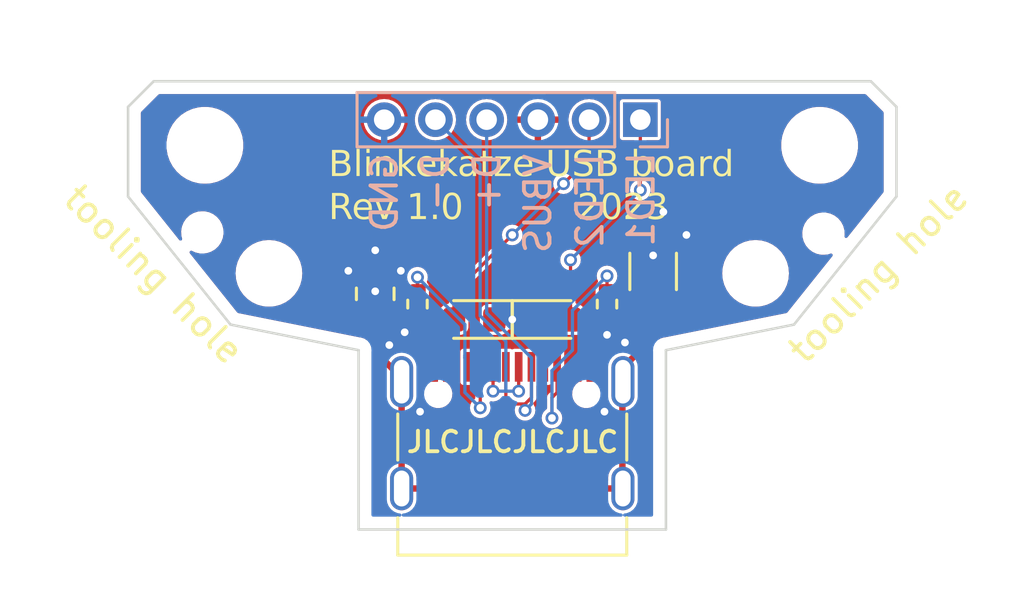
<source format=kicad_pcb>
(kicad_pcb (version 20221018) (generator pcbnew)
  (layers (0 "F.Cu" signal) (31 "B.Cu" signal) (34 "B.Paste" user) (35 "F.Paste" user) (36 "B.SilkS" user "B.Silkscreen") (37 "F.SilkS" user "F.Silkscreen") (38 "B.Mask" user) (39 "F.Mask" user) (44 "Edge.Cuts" user))
  (net 0 "")
  (net 1 "Net-(J2-SHIELD)")
  (net 2 "GND")
  (net 3 "Net-(D1-A)")
  (net 4 "Net-(D2-A)")
  (net 5 "Net-(J1-Pin_4)")
  (net 6 "Net-(J1-Pin_5)")
  (net 7 "Net-(J2-CC1)")
  (net 9 "Net-(J2-CC2)")
  (net 11 "VBUS")
  (footprint "Resistor_SMD:R_0402_1005Metric" (layer "F.Cu") (at 103.7 101.2 -90)
    (fp_text reference "R2" hide)
    (fp_text value "5.1k")
    (fp_line (start -0.153641 -0.38) (end 0.153641 -0.38) (stroke (width 0.12)) (layer "F.SilkS"))
    (fp_line (start -0.153641 0.38) (end 0.153641 0.38) (stroke (width 0.12)) (layer "F.SilkS"))
    (pad "1" smd roundrect (at -0.51 0 270) (size 0.54 0.64) (layers "F.Cu" "F.Paste" "F.Mask") (net 9 "Net-(J2-CC2)"))
    (pad "2" smd roundrect (at 0.51 0 270) (size 0.54 0.64) (layers "F.Cu" "F.Paste" "F.Mask") (net 2 "GND"))
  )
  (footprint "MountingHole:MountingHole_2.5mm" (layer "F.Cu") (at 88 95)
    (fp_text reference "H3" hide)
    (fp_text value "Screw hole")
    (pad "" np_thru_hole circle (at 0 0) (size 2.5 2.5) (drill 2.5) (layers "*.Cu" "*.Mask"))
  )
  (footprint "Resistor_SMD:R_0402_1005Metric" (layer "F.Cu") (at 96.3 101.2 -90)
    (fp_text reference "R1" hide)
    (fp_text value "5.1k")
    (fp_line (start -0.153641 -0.38) (end 0.153641 -0.38) (stroke (width 0.12)) (layer "F.SilkS"))
    (fp_line (start -0.153641 0.38) (end 0.153641 0.38) (stroke (width 0.12)) (layer "F.SilkS"))
    (pad "1" smd roundrect (at -0.51 0 270) (size 0.54 0.64) (layers "F.Cu" "F.Paste" "F.Mask") (net 7 "Net-(J2-CC1)"))
    (pad "2" smd roundrect (at 0.51 0 270) (size 0.54 0.64) (layers "F.Cu" "F.Paste" "F.Mask") (net 2 "GND"))
  )
  (footprint "Capacitor_SMD:C_1206_3216Metric" (layer "F.Cu") (at 105.5 99.925 90)
    (fp_text reference "C1" hide)
    (fp_text value "1nF")
    (fp_line (start -0.711252 -0.91) (end 0.711252 -0.91) (stroke (width 0.12)) (layer "F.SilkS"))
    (fp_line (start -0.711252 0.91) (end 0.711252 0.91) (stroke (width 0.12)) (layer "F.SilkS"))
    (pad "1" smd roundrect (at -1.475 0 90) (size 1.15 1.8) (layers "F.Cu" "F.Paste" "F.Mask") (roundrect_rratio 0.217391) (net 1 "Net-(J2-SHIELD)"))
    (pad "2" smd roundrect (at 1.475 0 90) (size 1.15 1.8) (layers "F.Cu" "F.Paste" "F.Mask") (roundrect_rratio 0.217391) (net 2 "GND"))
  )
  (footprint "Resistor_SMD:R_0805_2012Metric" (layer "F.Cu") (at 94.65 100.8 -90)
    (fp_text reference "R3" hide)
    (fp_text value "100k")
    (fp_line (start -0.227064 -0.735) (end 0.227064 -0.735) (stroke (width 0.12)) (layer "F.SilkS"))
    (fp_line (start -0.227064 0.735) (end 0.227064 0.735) (stroke (width 0.12)) (layer "F.SilkS"))
    (pad "1" smd roundrect (at -0.9125 0 270) (size 1.025 1.4) (layers "F.Cu" "F.Paste" "F.Mask") (roundrect_rratio 0.243902) (net 2 "GND"))
    (pad "2" smd roundrect (at 0.9125 0 270) (size 1.025 1.4) (layers "F.Cu" "F.Paste" "F.Mask") (roundrect_rratio 0.243902) (net 1 "Net-(J2-SHIELD)"))
  )
  (footprint "MountingHole:MountingHole_2.5mm" (layer "F.Cu") (at 112 95)
    (fp_text reference "H4" hide)
    (fp_text value "Screw hole")
    (pad "" np_thru_hole circle (at 0 0) (size 2.5 2.5) (drill 2.5) (layers "*.Cu" "*.Mask"))
  )
  (footprint "MountingHole:MountingHole_2.1mm" (layer "F.Cu") (at 90.5 100)
    (fp_text reference "H2" hide)
    (fp_text value "Peg")
    (pad "" np_thru_hole circle (at 0 0) (size 2.1 2.1) (drill 2.1) (layers "*.Cu" "*.Mask"))
  )
  (footprint "MountingHole:MountingHole_2.1mm" (layer "F.Cu") (at 109.5 100)
    (fp_text reference "H1" hide)
    (fp_text value "Peg")
    (pad "" np_thru_hole circle (at 0 0) (size 2.1 2.1) (drill 2.1) (layers "*.Cu" "*.Mask"))
  )
  (footprint "LED_SMD:LED_0603_1608Metric" (layer "F.Cu") (at 98.5125 101.8 180)
    (fp_text reference "D1" hide)
    (fp_text value "GRN")
    (fp_line (start -1.485 -0.735) (end -1.485 0.735) (stroke (width 0.12)) (layer "F.SilkS"))
    (fp_line (start -1.485 0.735) (end 0.8 0.735) (stroke (width 0.12)) (layer "F.SilkS"))
    (fp_line (start 0.8 -0.735) (end -1.485 -0.735) (stroke (width 0.12)) (layer "F.SilkS"))
    (pad "1" smd roundrect (at -0.7875 0 180) (size 0.875 0.95) (layers "F.Cu" "F.Paste" "F.Mask") (net 2 "GND"))
    (pad "2" smd roundrect (at 0.7875 0 180) (size 0.875 0.95) (layers "F.Cu" "F.Paste" "F.Mask") (net 3 "Net-(D1-A)"))
  )
  (footprint "ToolingHole:ToolingHole_JLCSMT" (layer "F.Cu") (at 112.15 98.45)
    (fp_text reference "H5" hide)
    (fp_text value "Tooling hole")
    (fp_text user "tooling hole" (at 2.15 1.55 45) (layer "F.SilkS"))
    (pad "" np_thru_hole circle (at 0 0) (size 1.152 1.152) (drill 1.152) (layers "*.Cu" "*.Mask"))
  )
  (footprint "LED_SMD:LED_0603_1608Metric" (layer "F.Cu") (at 101.487502 101.8)
    (fp_text reference "D2" hide)
    (fp_text value "RED")
    (fp_line (start -1.485 -0.735) (end -1.485 0.735) (stroke (width 0.12)) (layer "F.SilkS"))
    (fp_line (start -1.485 0.735) (end 0.8 0.735) (stroke (width 0.12)) (layer "F.SilkS"))
    (fp_line (start 0.8 -0.735) (end -1.485 -0.735) (stroke (width 0.12)) (layer "F.SilkS"))
    (pad "1" smd roundrect (at -0.7875 0) (size 0.875 0.95) (layers "F.Cu" "F.Paste" "F.Mask") (net 2 "GND"))
    (pad "2" smd roundrect (at 0.7875 0) (size 0.875 0.95) (layers "F.Cu" "F.Paste" "F.Mask") (net 4 "Net-(D2-A)"))
  )
  (footprint "Connector_USB:USB_C_Receptacle_Palconn_UTC16-G" (layer "F.Cu") (at 100 106.16)
    (fp_text reference "J2" hide)
    (fp_text value "USB_C_Receptacle_USB2.0")
    (fp_line (start -4.47 -0.67) (end -4.47 1.13) (stroke (width 0.12)) (layer "F.SilkS"))
    (fp_line (start -4.47 4.84) (end -4.47 3.38) (stroke (width 0.12)) (layer "F.SilkS"))
    (fp_line (start 4.47 -0.67) (end 4.47 1.13) (stroke (width 0.12)) (layer "F.SilkS"))
    (fp_line (start 4.47 4.84) (end -4.47 4.84) (stroke (width 0.12)) (layer "F.SilkS"))
    (fp_line (start 4.47 4.84) (end 4.47 3.38) (stroke (width 0.12)) (layer "F.SilkS"))
    (pad "" np_thru_hole circle (at -2.89 -1.45 180) (size 0.6 0.6) (drill 0.6) (layers "*.Cu" "*.Mask"))
    (pad "" np_thru_hole circle (at 2.89 -1.45 180) (size 0.6 0.6) (drill 0.6) (layers "*.Cu" "*.Mask"))
    (pad "A1" smd rect (at -3.2 -2.51) (size 0.6 1.16) (layers "F.Cu" "F.Paste" "F.Mask") (net 2 "GND"))
    (pad "A4" smd rect (at -2.4 -2.51) (size 0.6 1.16) (layers "F.Cu" "F.Paste" "F.Mask") (net 11 "VBUS"))
    (pad "A5" smd rect (at -1.25 -2.51 180) (size 0.3 1.16) (layers "F.Cu" "F.Paste" "F.Mask") (net 7 "Net-(J2-CC1)"))
    (pad "A6" smd rect (at -0.25 -2.51 180) (size 0.3 1.16) (layers "F.Cu" "F.Paste" "F.Mask") (net 5 "Net-(J1-Pin_4)"))
    (pad "A7" smd rect (at 0.25 -2.51 180) (size 0.3 1.16) (layers "F.Cu" "F.Paste" "F.Mask") (net 6 "Net-(J1-Pin_5)"))
    (pad "A8" smd rect (at 1.25 -2.51 180) (size 0.3 1.16) (layers "F.Cu" "F.Paste" "F.Mask"))
    (pad "A9" smd rect (at 2.4 -2.51) (size 0.6 1.16) (layers "F.Cu" "F.Paste" "F.Mask") (net 11 "VBUS"))
    (pad "A12" smd rect (at 3.2 -2.51) (size 0.6 1.16) (layers "F.Cu" "F.Paste" "F.Mask") (net 2 "GND"))
    (pad "B1" smd rect (at 3.2 -2.51) (size 0.6 1.16) (layers "F.Cu" "F.Paste" "F.Mask") (net 2 "GND"))
    (pad "B4" smd rect (at 2.4 -2.51) (size 0.6 1.16) (layers "F.Cu" "F.Paste" "F.Mask") (net 11 "VBUS"))
    (pad "B5" smd rect (at 1.75 -2.51 180) (size 0.3 1.16) (layers "F.Cu" "F.Paste" "F.Mask") (net 9 "Net-(J2-CC2)"))
    (pad "B6" smd rect (at 0.75 -2.51 180) (size 0.3 1.16) (layers "F.Cu" "F.Paste" "F.Mask") (net 5 "Net-(J1-Pin_4)"))
    (pad "B7" smd rect (at -0.75 -2.51 180) (size 0.3 1.16) (layers "F.Cu" "F.Paste" "F.Mask") (net 6 "Net-(J1-Pin_5)"))
    (pad "B8" smd rect (at -1.75 -2.51 180) (size 0.3 1.16) (layers "F.Cu" "F.Paste" "F.Mask"))
    (pad "B9" smd rect (at -2.4 -2.51) (size 0.6 1.16) (layers "F.Cu" "F.Paste" "F.Mask") (net 11 "VBUS"))
    (pad "B12" smd rect (at -3.2 -2.51) (size 0.6 1.16) (layers "F.Cu" "F.Paste" "F.Mask") (net 2 "GND"))
    (pad "S1" thru_hole oval (at -4.32 -1.93 90) (size 2 0.9) (drill oval 1.7 0.6) (layers "*.Cu" "*.Mask") (net 1 "Net-(J2-SHIELD)"))
    (pad "S1" thru_hole oval (at -4.32 2.24 90) (size 1.7 0.9) (drill oval 1.4 0.6) (layers "*.Cu" "*.Mask") (net 1 "Net-(J2-SHIELD)"))
    (pad "S1" thru_hole oval (at 4.32 -1.93 90) (size 2 0.9) (drill oval 1.7 0.6) (layers "*.Cu" "*.Mask") (net 1 "Net-(J2-SHIELD)"))
    (pad "S1" thru_hole oval (at 4.32 2.24 90) (size 1.7 0.9) (drill oval 1.4 0.6) (layers "*.Cu" "*.Mask") (net 1 "Net-(J2-SHIELD)"))
  )
  (footprint "ToolingHole:ToolingHole_JLCSMT" (layer "F.Cu") (at 87.9 98.4)
    (fp_text reference "H6" hide)
    (fp_text value "Tooling hole")
    (fp_text user "tooling hole" (at -1.9 1.65 -45) (layer "F.SilkS"))
    (pad "" np_thru_hole circle (at 0 0) (size 1.152 1.152) (drill 1.152) (layers "*.Cu" "*.Mask"))
  )
  (footprint "Connector_PinHeader_2.00mm:PinHeader_1x06_P2.00mm_Vertical" (layer "B.Cu") (at 105 94 90)
    (fp_text reference "J1" hide)
    (fp_text value "Conn_01x06")
    (fp_line (start -1.06 -11.06) (end 1.06 -11.06) (stroke (width 0.12)) (layer "B.SilkS"))
    (fp_line (start -1.06 -1) (end -1.06 -11.06) (stroke (width 0.12)) (layer "B.SilkS"))
    (fp_line (start -1.06 -1) (end 1.06 -1) (stroke (width 0.12)) (layer "B.SilkS"))
    (fp_line (start -1.06 0) (end -1.06 1.06) (stroke (width 0.12)) (layer "B.SilkS"))
    (fp_line (start -1.06 1.06) (end 0 1.06) (stroke (width 0.12)) (layer "B.SilkS"))
    (fp_line (start 1.06 -1) (end 1.06 -11.06) (stroke (width 0.12)) (layer "B.SilkS"))
    (pad "1" thru_hole rect (at 0 0 90) (size 1.35 1.35) (drill 0.8) (layers "*.Cu" "*.Mask") (net 4 "Net-(D2-A)"))
    (pad "2" thru_hole oval (at 0 -2 90) (size 1.35 1.35) (drill 0.8) (layers "*.Cu" "*.Mask") (net 3 "Net-(D1-A)"))
    (pad "3" thru_hole oval (at 0 -4 90) (size 1.35 1.35) (drill 0.8) (layers "*.Cu" "*.Mask") (net 11 "VBUS"))
    (pad "4" thru_hole oval (at 0 -6 90) (size 1.35 1.35) (drill 0.8) (layers "*.Cu" "*.Mask") (net 5 "Net-(J1-Pin_4)"))
    (pad "5" thru_hole oval (at 0 -8 90) (size 1.35 1.35) (drill 0.8) (layers "*.Cu" "*.Mask") (net 6 "Net-(J1-Pin_5)"))
    (pad "6" thru_hole oval (at 0 -10 90) (size 1.35 1.35) (drill 0.8) (layers "*.Cu" "*.Mask") (net 2 "GND"))
  )
  (gr_line (start 115 93.5) (end 114 92.5) (stroke (width 0.1)) (layer "Edge.Cuts"))
  (gr_line (start 85 93.5) (end 85 97) (stroke (width 0.1)) (layer "Edge.Cuts"))
  (gr_line (start 89 102) (end 94 103) (stroke (width 0.1)) (layer "Edge.Cuts"))
  (gr_line (start 114 92.5) (end 86 92.5) (stroke (width 0.1)) (layer "Edge.Cuts"))
  (gr_line (start 111 102) (end 106 103) (stroke (width 0.1)) (layer "Edge.Cuts"))
  (gr_line (start 85 93.5) (end 86 92.5) (stroke (width 0.1)) (layer "Edge.Cuts"))
  (gr_line (start 94 110) (end 106 110) (stroke (width 0.1)) (layer "Edge.Cuts"))
  (gr_line (start 94 110) (end 94 103) (stroke (width 0.1)) (layer "Edge.Cuts"))
  (gr_line (start 85 97) (end 89 102) (stroke (width 0.1)) (layer "Edge.Cuts"))
  (gr_line (start 115 97) (end 111 102) (stroke (width 0.1)) (layer "Edge.Cuts"))
  (gr_line (start 115 93.5) (end 115 97) (stroke (width 0.1)) (layer "Edge.Cuts"))
  (gr_line (start 106 110) (end 106 103) (stroke (width 0.1)) (layer "Edge.Cuts"))
  (gr_text "GND" (at 95.007269 95.232322 90) (layer "B.SilkS") (effects (font (size 1 1)) (justify left mirror)))
  (gr_text "D-" (at 97.004847 95.214645 90) (layer "B.SilkS") (effects (font (size 1 1)) (justify left mirror)))
  (gr_text "LED1" (at 105.030509 95.17929 90) (layer "B.SilkS") (effects (font (size 1 1)) (justify left mirror)))
  (gr_text "LED2\n" (at 103.032931 95.232321 90) (layer "B.SilkS") (effects (font (size 1 1)) (justify left mirror)))
  (gr_text "VBUS" (at 101 95.25 90) (layer "B.SilkS") (effects (font (size 1 1)) (justify left mirror)))
  (gr_text "D+" (at 99.020101 95.214644 90) (layer "B.SilkS") (effects (font (size 1 1)) (justify left mirror)))
  (gr_text "Blinkekatze USB board\nRev 1.0          2023" (at 92.825 98.05) (layer "F.SilkS") (effects (font (size 1 1)) (justify left bottom)))
  (gr_text "JLCJLCJLCJLC" (at 95.8 107.05) (layer "F.SilkS") (effects (font (size 0.8 0.8)) (justify left bottom)))
  (segment (start 94.65 101.7125) (end 94.65 103.05) (width 0.25) (layer "F.Cu") (net 1))
  (segment (start 105.375 102.625) (end 104.3 103.7) (width 0.25) (layer "F.Cu") (net 1))
  (segment (start 105.375 101.525) (end 105.375 102.625) (width 0.25) (layer "F.Cu") (net 1))
  (segment (start 95.68 108.78) (end 95.7 108.8) (width 0.25) (layer "F.Cu") (net 1))
  (segment (start 105.5 101.4) (end 105.375 101.525) (width 0.25) (layer "F.Cu") (net 1))
  (segment (start 95.68 108.4) (end 104.3 108.4) (width 0.25) (layer "F.Cu") (net 1))
  (segment (start 95.68 104.23) (end 95.68 108.78) (width 0.25) (layer "F.Cu") (net 1))
  (segment (start 95.7 104.1) (end 95.7 104.6) (width 0.25) (layer "F.Cu") (net 1))
  (segment (start 94.65 103.05) (end 95.7 104.1) (width 0.25) (layer "F.Cu") (net 1))
  (segment (start 104.3 103.7) (end 104.3 108.4) (width 0.25) (layer "F.Cu") (net 1))
  (segment (start 106.75 98.45) (end 106.8 98.5) (width 0.25) (layer "F.Cu") (net 2))
  (segment (start 96.3 103.2) (end 95.9 102.8) (width 0.25) (layer "F.Cu") (net 2))
  (segment (start 103.2 103.1) (end 103.6 102.7) (width 0.25) (layer "F.Cu") (net 2))
  (segment (start 96.4 104.8) (end 96.4 105.4) (width 0.25) (layer "F.Cu") (net 2))
  (segment (start 103.2 103.65) (end 103.2 103.1) (width 0.25) (layer "F.Cu") (net 2))
  (segment (start 93.6125 99.8875) (end 93.6 99.9) (width 0.25) (layer "F.Cu") (net 2))
  (segment (start 103.7 102.4) (end 103.7 101.7) (width 0.127) (layer "F.Cu") (net 2))
  (segment (start 103.6 104.05) (end 103.6 104.9) (width 0.25) (layer "F.Cu") (net 2))
  (segment (start 96.4 104.05) (end 96.4 104.8) (width 0.25) (layer "F.Cu") (net 2))
  (segment (start 105.5 98.45) (end 106.75 98.45) (width 0.25) (layer "F.Cu") (net 2))
  (segment (start 103.6 104.9) (end 103.6 105.4) (width 0.25) (layer "F.Cu") (net 2))
  (segment (start 94.65 99.8875) (end 95.6375 99.8875) (width 0.25) (layer "F.Cu") (net 2))
  (segment (start 96.3 101.8) (end 95.8 102.3) (width 0.127) (layer "F.Cu") (net 2))
  (segment (start 96.8 103.65) (end 96.8 103.4) (width 0.25) (layer "F.Cu") (net 2))
  (segment (start 96.8 103.65) (end 96.8 103.2) (width 0.25) (layer "F.Cu") (net 2))
  (segment (start 94.65 99.8875) (end 94.65 100.7) (width 0.25) (layer "F.Cu") (net 2))
  (segment (start 96.8 103.2) (end 96.3 102.7) (width 0.25) (layer "F.Cu") (net 2))
  (segment (start 103.2 103.65) (end 103.6 104.05) (width 0.25) (layer "F.Cu") (net 2))
  (segment (start 105.9 98.45) (end 105.9 97.6) (width 0.25) (layer "F.Cu") (net 2))
  (segment (start 104 102.9) (end 104.2 102.7) (width 0.25) (layer "F.Cu") (net 2))
  (segment (start 96.3 101.71) (end 96.3 101.8) (width 0.127) (layer "F.Cu") (net 2))
  (segment (start 95.6375 99.8875) (end 95.65 99.9) (width 0.25) (layer "F.Cu") (net 2))
  (segment (start 95.9 102.3) (end 95.8 102.3) (width 0.25) (layer "F.Cu") (net 2))
  (segment (start 99.3 101.8) (end 100 101.8) (width 0.127) (layer "F.Cu") (net 2))
  (segment (start 94.65 99.8875) (end 93.6125 99.8875) (width 0.25) (layer "F.Cu") (net 2))
  (segment (start 105.5 98.45) (end 105.5 99.3) (width 0.25) (layer "F.Cu") (net 2))
  (segment (start 96.8 103.65) (end 96.4 104.05) (width 0.25) (layer "F.Cu") (net 2))
  (segment (start 103.6 102.7) (end 103.7 102.6) (width 0.25) (layer "F.Cu") (net 2))
  (segment (start 104.2 102.7) (end 104.4 102.7) (width 0.25) (layer "F.Cu") (net 2))
  (segment (start 103.25 103.65) (end 104 102.9) (width 0.25) (layer "F.Cu") (net 2))
  (segment (start 103.7 102.6) (end 103.7 102.4) (width 0.25) (layer "F.Cu") (net 2))
  (segment (start 95.9 102.8) (end 95.2 102.8) (width 0.25) (layer "F.Cu") (net 2))
  (segment (start 100 101.8) (end 100.7 101.8) (width 0.127) (layer "F.Cu") (net 2))
  (segment (start 103.2 103.65) (end 103.25 103.65) (width 0.25) (layer "F.Cu") (net 2))
  (segment (start 96.75 103.65) (end 96.3 103.2) (width 0.25) (layer "F.Cu") (net 2))
  (segment (start 96.3 102.7) (end 95.9 102.3) (width 0.25) (layer "F.Cu") (net 2))
  (segment (start 96.8 103.65) (end 96.75 103.65) (width 0.25) (layer "F.Cu") (net 2))
  (segment (start 94.65 99.8875) (end 94.65 99.1) (width 0.25) (layer "F.Cu") (net 2))
  (via (at 105.9 97.6) (size 0.5) (drill 0.3) (layers "F.Cu" "B.Cu") (net 2))
  (via (at 95.2 102.8) (size 0.5) (drill 0.3) (layers "F.Cu" "B.Cu") (net 2))
  (via (at 103.6 105.4) (size 0.5) (drill 0.3) (layers "F.Cu" "B.Cu") (net 2))
  (via (at 95.8 102.3) (size 0.5) (drill 0.3) (layers "F.Cu" "B.Cu") (net 2))
  (via (at 96.4 105.4) (size 0.5) (drill 0.3) (layers "F.Cu" "B.Cu") (net 2))
  (via (at 100 101.8) (size 0.5) (drill 0.3) (layers "F.Cu" "B.Cu") (net 2))
  (via (at 106.8 98.5) (size 0.5) (drill 0.3) (layers "F.Cu" "B.Cu") (net 2))
  (via (at 95.65 99.9) (size 0.5) (drill 0.3) (layers "F.Cu" "B.Cu") (net 2))
  (via (at 94.65 100.7) (size 0.5) (drill 0.3) (layers "F.Cu" "B.Cu") (net 2))
  (via (at 93.6 99.9) (size 0.5) (drill 0.3) (layers "F.Cu" "B.Cu") (net 2))
  (via (at 104.4 102.7) (size 0.5) (drill 0.3) (layers "F.Cu" "B.Cu") (net 2))
  (via (at 94.65 99.1) (size 0.5) (drill 0.3) (layers "F.Cu" "B.Cu") (net 2))
  (via (at 103.7 102.4) (size 0.5) (drill 0.3) (layers "F.Cu" "B.Cu") (net 2))
  (via (at 105.5 99.3) (size 0.5) (drill 0.3) (layers "F.Cu" "B.Cu") (net 2))
  (segment (start 97.725 100.775) (end 100 98.5) (width 0.127) (layer "F.Cu") (net 3))
  (segment (start 97.725 101.8) (end 97.725 100.775) (width 0.127) (layer "F.Cu") (net 3))
  (segment (start 102 96.5) (end 103 95.5) (width 0.127) (layer "F.Cu") (net 3))
  (segment (start 103 95.5) (end 103 94) (width 0.127) (layer "F.Cu") (net 3))
  (via (at 102 96.5) (size 0.5) (drill 0.3) (layers "F.Cu" "B.Cu") (net 3))
  (via (at 100 98.5) (size 0.5) (drill 0.3) (layers "F.Cu" "B.Cu") (net 3))
  (segment (start 100 98.5) (end 102 96.5) (width 0.127) (layer "B.Cu") (net 3))
  (segment (start 105 96.75) (end 105 93.95) (width 0.127) (layer "F.Cu") (net 4))
  (segment (start 102.275002 99.474998) (end 102.275 99.475) (width 0.127) (layer "F.Cu") (net 4))
  (segment (start 102.275002 101.8) (end 102.275002 99.474998) (width 0.127) (layer "F.Cu") (net 4))
  (via (at 102.275 99.475) (size 0.5) (drill 0.3) (layers "F.Cu" "B.Cu") (net 4))
  (via (at 105 96.75) (size 0.5) (drill 0.3) (layers "F.Cu" "B.Cu") (net 4))
  (segment (start 102.275 99.475) (end 105 96.75) (width 0.127) (layer "B.Cu") (net 4))
  (segment (start 99.75 103.65) (end 99.75 104.85) (width 0.127) (layer "F.Cu") (net 5))
  (segment (start 100 105.1) (end 100.5 105.1) (width 0.127) (layer "F.Cu") (net 5))
  (segment (start 100.75 104.85) (end 100.5 105.1) (width 0.127) (layer "F.Cu") (net 5))
  (segment (start 99.75 104.85) (end 100 105.1) (width 0.127) (layer "F.Cu") (net 5))
  (segment (start 100.75 103.65) (end 100.75 104.85) (width 0.127) (layer "F.Cu") (net 5))
  (segment (start 100.5 105.1) (end 100.5 105.35) (width 0.127) (layer "F.Cu") (net 5))
  (via (at 100.5 105.35) (size 0.5) (drill 0.3) (layers "F.Cu" "B.Cu") (net 5))
  (segment (start 100.75 103.3) (end 100.75 105.1) (width 0.127) (layer "B.Cu") (net 5))
  (segment (start 99 101.55) (end 100.75 103.3) (width 0.127) (layer "B.Cu") (net 5))
  (segment (start 99 94) (end 99 101.55) (width 0.127) (layer "B.Cu") (net 5))
  (segment (start 100.75 105.1) (end 100.5 105.35) (width 0.127) (layer "B.Cu") (net 5))
  (segment (start 99.25 103.65) (end 99.25 104.6) (width 0.127) (layer "F.Cu") (net 6))
  (segment (start 100.25 103.65) (end 100.25 104.6) (width 0.127) (layer "F.Cu") (net 6))
  (via (at 100.25 104.6) (size 0.5) (drill 0.3) (layers "F.Cu" "B.Cu") (net 6))
  (via (at 99.25 104.6) (size 0.5) (drill 0.3) (layers "F.Cu" "B.Cu") (net 6))
  (segment (start 99.25 104.6) (end 99.75 104.6) (width 0.127) (layer "B.Cu") (net 6))
  (segment (start 98.746 101.65521) (end 98.746 95.746) (width 0.127) (layer "B.Cu") (net 6))
  (segment (start 99.75 104.6) (end 100.25 104.6) (width 0.127) (layer "B.Cu") (net 6))
  (segment (start 98.746 95.746) (end 97 94) (width 0.127) (layer "B.Cu") (net 6))
  (segment (start 99.75 104.6) (end 99.75 102.65921) (width 0.127) (layer "B.Cu") (net 6))
  (segment (start 99.75 102.65921) (end 98.746 101.65521) (width 0.127) (layer "B.Cu") (net 6))
  (segment (start 96.3 100.15) (end 96.3 100.75) (width 0.127) (layer "F.Cu") (net 7))
  (segment (start 98.75 103.65) (end 98.75 105.25) (width 0.127) (layer "F.Cu") (net 7))
  (via (at 98.75 105.25) (size 0.5) (drill 0.3) (layers "F.Cu" "B.Cu") (net 7))
  (via (at 96.3 100.15) (size 0.5) (drill 0.3) (layers "F.Cu" "B.Cu") (net 7))
  (segment (start 97.55 101.4) (end 96.3 100.15) (width 0.127) (layer "B.Cu") (net 7))
  (segment (start 98.15 103.3) (end 98.15 104.65) (width 0.127) (layer "B.Cu") (net 7))
  (segment (start 98.15 104.65) (end 98.75 105.25) (width 0.127) (layer "B.Cu") (net 7))
  (segment (start 98.15 103.2) (end 98.15 103.3) (width 0.127) (layer "B.Cu") (net 7))
  (segment (start 98.15 102) (end 97.55 101.4) (width 0.127) (layer "B.Cu") (net 7))
  (segment (start 98.15 103.3) (end 98.15 102) (width 0.127) (layer "B.Cu") (net 7))
  (segment (start 103.7 100.69) (end 103.7 100.1) (width 0.127) (layer "F.Cu") (net 9))
  (segment (start 101.75 104.65) (end 101.6 104.8) (width 0.127) (layer "F.Cu") (net 9))
  (segment (start 101.75 103.65) (end 101.75 104.65) (width 0.127) (layer "F.Cu") (net 9))
  (segment (start 101.6 104.8) (end 101.55 104.85) (width 0.127) (layer "F.Cu") (net 9))
  (segment (start 101.55 104.85) (end 101.55 105.65) (width 0.127) (layer "F.Cu") (net 9))
  (via (at 103.7 100.1) (size 0.5) (drill 0.3) (layers "F.Cu" "B.Cu") (net 9))
  (via (at 101.55 105.65) (size 0.5) (drill 0.3) (layers "F.Cu" "B.Cu") (net 9))
  (segment (start 102.35 101.45) (end 103.7 100.1) (width 0.127) (layer "B.Cu") (net 9))
  (segment (start 101.55 103.8) (end 102.35 103) (width 0.127) (layer "B.Cu") (net 9))
  (segment (start 101.55 105.65) (end 101.55 103.8) (width 0.127) (layer "B.Cu") (net 9))
  (segment (start 102.35 103) (end 102.35 101.45) (width 0.127) (layer "B.Cu") (net 9))
  (segment (start 98 102.7) (end 98.1 102.6) (width 0.25) (layer "F.Cu") (net 11))
  (segment (start 102.4 103.65) (end 102.4 103.066) (width 0.25) (layer "F.Cu") (net 11))
  (segment (start 101.834 102.5) (end 101.5 102.5) (width 0.25) (layer "F.Cu") (net 11))
  (segment (start 97.6 103.65) (end 97.6 103.1) (width 0.25) (layer "F.Cu") (net 11))
  (segment (start 97.6 103.2) (end 96.9 102.5) (width 0.25) (layer "F.Cu") (net 11))
  (segment (start 97.6 104.1) (end 98.2 104.7) (width 0.25) (layer "F.Cu") (net 11))
  (segment (start 102.4 103.1) (end 103 102.5) (width 0.25) (layer "F.Cu") (net 11))
  (segment (start 97.6 103.1) (end 98 102.7) (width 0.25) (layer "F.Cu") (net 11))
  (segment (start 97.6 103.65) (end 97.6 104.1) (width 0.25) (layer "F.Cu") (net 11))
  (segment (start 102.4 103.65) (end 102.25 103.8) (width 0.25) (layer "F.Cu") (net 11))
  (segment (start 102.25 104.4) (end 102.1 104.55) (width 0.25) (layer "F.Cu") (net 11))
  (segment (start 102.4 103.066) (end 101.834 102.5) (width 0.25) (layer "F.Cu") (net 11))
  (segment (start 97.6 103.65) (end 97.6 103.2) (width 0.25) (layer "F.Cu") (net 11))
  (segment (start 102.1 104.55) (end 102.1 105.15) (width 0.25) (layer "F.Cu") (net 11))
  (segment (start 102.4 103.65) (end 102.4 104.1) (width 0.25) (layer "F.Cu") (net 11))
  (segment (start 102.4 103.65) (end 102.4 103.1) (width 0.25) (layer "F.Cu") (net 11))
  (segment (start 102.25 103.8) (end 102.25 104.4) (width 0.25) (layer "F.Cu") (net 11))
  (segment (start 98.1 102.6) (end 98.5 102.6) (width 0.25) (layer "F.Cu") (net 11))
  (zone (net 11) (net_name "VBUS") (layer "F.Cu") (connect_pads thru_hole_only (clearance 0.127)) (min_thickness 0.127) (fill yes (thermal_gap 0.25) (thermal_bridge_width 0.25))
    (polygon (pts (xy 80 90) (xy 120 90) (xy 120 113) (xy 80 113)))
  )
  (zone (net 2) (net_name "GND") (layer "B.Cu") (connect_pads thru_hole_only (clearance 0.127)) (min_thickness 0.127) (fill yes (thermal_gap 0.25) (thermal_bridge_width 0.25))
    (polygon (pts (xy 80 90) (xy 120 90) (xy 120 113) (xy 80 113)))
  )
)
</source>
